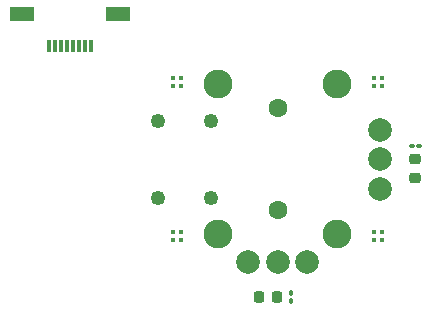
<source format=gbr>
%TF.GenerationSoftware,KiCad,Pcbnew,8.0.2*%
%TF.CreationDate,2025-05-18T13:49:05-07:00*%
%TF.ProjectId,PGS_Stick_Board,5047535f-5374-4696-936b-5f426f617264,rev?*%
%TF.SameCoordinates,Original*%
%TF.FileFunction,Soldermask,Top*%
%TF.FilePolarity,Negative*%
%FSLAX46Y46*%
G04 Gerber Fmt 4.6, Leading zero omitted, Abs format (unit mm)*
G04 Created by KiCad (PCBNEW 8.0.2) date 2025-05-18 13:49:05*
%MOMM*%
%LPD*%
G01*
G04 APERTURE LIST*
G04 Aperture macros list*
%AMRoundRect*
0 Rectangle with rounded corners*
0 $1 Rounding radius*
0 $2 $3 $4 $5 $6 $7 $8 $9 X,Y pos of 4 corners*
0 Add a 4 corners polygon primitive as box body*
4,1,4,$2,$3,$4,$5,$6,$7,$8,$9,$2,$3,0*
0 Add four circle primitives for the rounded corners*
1,1,$1+$1,$2,$3*
1,1,$1+$1,$4,$5*
1,1,$1+$1,$6,$7*
1,1,$1+$1,$8,$9*
0 Add four rect primitives between the rounded corners*
20,1,$1+$1,$2,$3,$4,$5,0*
20,1,$1+$1,$4,$5,$6,$7,0*
20,1,$1+$1,$6,$7,$8,$9,0*
20,1,$1+$1,$8,$9,$2,$3,0*%
G04 Aperture macros list end*
%ADD10R,0.370000X0.370000*%
%ADD11RoundRect,0.100000X-0.130000X-0.100000X0.130000X-0.100000X0.130000X0.100000X-0.130000X0.100000X0*%
%ADD12RoundRect,0.225000X-0.225000X-0.250000X0.225000X-0.250000X0.225000X0.250000X-0.225000X0.250000X0*%
%ADD13R,0.300000X1.000000*%
%ADD14R,2.000000X1.300000*%
%ADD15RoundRect,0.225000X0.250000X-0.225000X0.250000X0.225000X-0.250000X0.225000X-0.250000X-0.225000X0*%
%ADD16RoundRect,0.100000X-0.100000X0.130000X-0.100000X-0.130000X0.100000X-0.130000X0.100000X0.130000X0*%
%ADD17C,2.450000*%
%ADD18C,1.600000*%
%ADD19C,1.250000*%
%ADD20C,2.000000*%
G04 APERTURE END LIST*
D10*
%TO.C,RGB2*%
X59390000Y-55290329D03*
X60060000Y-55290329D03*
X60060000Y-54620329D03*
X59390000Y-54620329D03*
%TD*%
%TO.C,RGB4*%
X42390000Y-42290329D03*
X43060000Y-42290329D03*
X43060000Y-41620329D03*
X42390000Y-41620329D03*
%TD*%
D11*
%TO.C,R1*%
X62580000Y-47300000D03*
X63220000Y-47300000D03*
%TD*%
D10*
%TO.C,RGB1*%
X59390000Y-42290329D03*
X60060000Y-42290329D03*
X60060000Y-41620329D03*
X59390000Y-41620329D03*
%TD*%
D12*
%TO.C,C2*%
X49650000Y-60130329D03*
X51200000Y-60130329D03*
%TD*%
D13*
%TO.C,J1*%
X35400000Y-38900000D03*
X34900000Y-38900000D03*
X34400000Y-38900000D03*
X33900000Y-38900000D03*
X33400000Y-38900000D03*
X32900000Y-38900000D03*
X32400000Y-38900000D03*
X31900000Y-38900000D03*
D14*
X37699999Y-36200000D03*
X29600001Y-36200000D03*
%TD*%
D15*
%TO.C,C1*%
X62900000Y-50030329D03*
X62900000Y-48480329D03*
%TD*%
D16*
%TO.C,R2*%
X52350000Y-59810000D03*
X52350000Y-60450000D03*
%TD*%
D10*
%TO.C,RGB3*%
X42390000Y-55290329D03*
X43060000Y-55290329D03*
X43060000Y-54620329D03*
X42390000Y-54620329D03*
%TD*%
D17*
%TO.C,SW1*%
X46225000Y-42130329D03*
X46225000Y-54780329D03*
D18*
X51225000Y-44155329D03*
X51225000Y-52755329D03*
D17*
X56225000Y-42130329D03*
X56225000Y-54780329D03*
D19*
X45575000Y-45205329D03*
X45575000Y-51705329D03*
X41075000Y-45205329D03*
X41075000Y-51705329D03*
D20*
X48725000Y-57155329D03*
X51225000Y-57155329D03*
X53725000Y-57155329D03*
X59925000Y-50955329D03*
X59925000Y-48455329D03*
X59925000Y-45955329D03*
%TD*%
M02*

</source>
